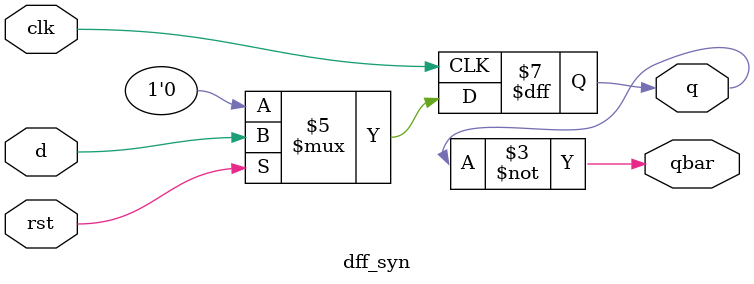
<source format=v>
module dff_syn(
    input wire clk,
    input wire rst,
    input d,
    output reg q,
    output wire qbar
);

always @(posedge clk) begin
    if (!rst)
        q <= 1'b0;
    else 
        q <= d;    
end
assign qbar = ~q;
endmodule

</source>
